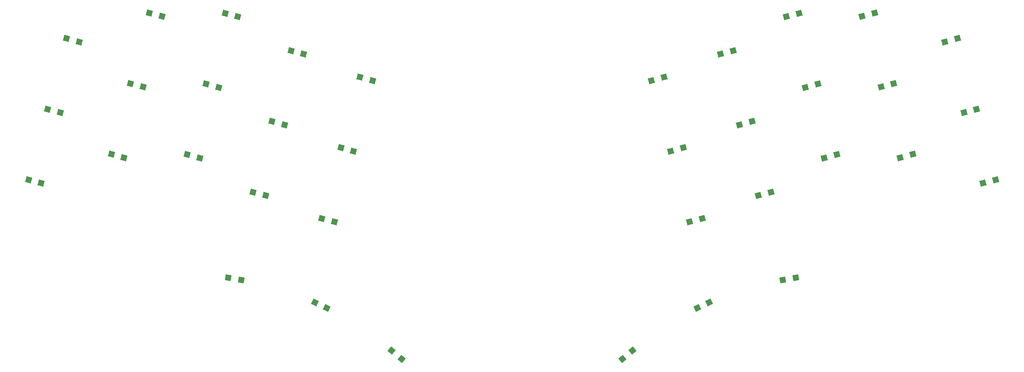
<source format=gbr>
%TF.GenerationSoftware,KiCad,Pcbnew,8.0.1*%
%TF.CreationDate,2024-04-02T20:58:10+09:00*%
%TF.ProjectId,lazyboy36,6c617a79-626f-4793-9336-2e6b69636164,rev?*%
%TF.SameCoordinates,Original*%
%TF.FileFunction,Paste,Bot*%
%TF.FilePolarity,Positive*%
%FSLAX46Y46*%
G04 Gerber Fmt 4.6, Leading zero omitted, Abs format (unit mm)*
G04 Created by KiCad (PCBNEW 8.0.1) date 2024-04-02 20:58:10*
%MOMM*%
%LPD*%
G01*
G04 APERTURE LIST*
G04 Aperture macros list*
%AMRotRect*
0 Rectangle, with rotation*
0 The origin of the aperture is its center*
0 $1 length*
0 $2 width*
0 $3 Rotation angle, in degrees counterclockwise*
0 Add horizontal line*
21,1,$1,$2,0,0,$3*%
G04 Aperture macros list end*
%ADD10RotRect,1.524000X1.524000X195.000000*%
%ADD11RotRect,1.524000X1.524000X170.000000*%
%ADD12RotRect,1.524000X1.524000X220.000000*%
%ADD13RotRect,1.524000X1.524000X165.000000*%
%ADD14RotRect,1.524000X1.524000X205.000000*%
%ADD15RotRect,1.524000X1.524000X140.000000*%
%ADD16RotRect,1.524000X1.524000X155.000000*%
%ADD17RotRect,1.524000X1.524000X190.000000*%
G04 APERTURE END LIST*
D10*
%TO.C,D26*%
X197869346Y-108680978D03*
X194585198Y-109560962D03*
%TD*%
%TO.C,D17*%
X210822091Y-83417737D03*
X207537943Y-84297721D03*
%TD*%
D11*
%TO.C,D31*%
X74797469Y-124129875D03*
X78145815Y-124720279D03*
%TD*%
D12*
%TO.C,D34*%
X179791854Y-143091540D03*
X177187302Y-145277018D03*
%TD*%
D10*
%TO.C,D7*%
X205891588Y-65016850D03*
X202607440Y-65896834D03*
%TD*%
%TO.C,D30*%
X274061083Y-98618226D03*
X270776935Y-99498210D03*
%TD*%
%TO.C,D20*%
X269130580Y-80217339D03*
X265846432Y-81097323D03*
%TD*%
D13*
%TO.C,D24*%
X81237382Y-101818491D03*
X84521530Y-102698475D03*
%TD*%
D10*
%TO.C,D18*%
X227928884Y-73657605D03*
X224644736Y-74537589D03*
%TD*%
%TO.C,D9*%
X242693362Y-55155845D03*
X239409214Y-56035829D03*
%TD*%
D14*
%TO.C,D35*%
X199692984Y-130528240D03*
X196611538Y-131965142D03*
%TD*%
D13*
%TO.C,D12*%
X49366111Y-73556598D03*
X52650259Y-74436582D03*
%TD*%
D10*
%TO.C,D27*%
X215752594Y-101818624D03*
X212468446Y-102698608D03*
%TD*%
D13*
%TO.C,D5*%
X108981638Y-71879071D03*
X112265786Y-72759055D03*
%TD*%
D10*
%TO.C,D28*%
X232859385Y-92058492D03*
X229575237Y-92938476D03*
%TD*%
D13*
%TO.C,D4*%
X91098389Y-65016717D03*
X94382537Y-65896701D03*
%TD*%
%TO.C,D13*%
X69061094Y-73657472D03*
X72345242Y-74537456D03*
%TD*%
D10*
%TO.C,D29*%
X252554369Y-91957618D03*
X249270221Y-92837602D03*
%TD*%
D15*
%TO.C,D33*%
X117199123Y-143091408D03*
X119803675Y-145276886D03*
%TD*%
D13*
%TO.C,D2*%
X54296614Y-55155711D03*
X57580762Y-56035695D03*
%TD*%
%TO.C,D23*%
X64130592Y-92058359D03*
X67414740Y-92938343D03*
%TD*%
%TO.C,D25*%
X99120631Y-108680845D03*
X102404779Y-109560829D03*
%TD*%
D10*
%TO.C,D10*%
X264200078Y-61816451D03*
X260915930Y-62696435D03*
%TD*%
D13*
%TO.C,D22*%
X44435608Y-91957485D03*
X47719756Y-92837469D03*
%TD*%
%TO.C,D15*%
X104051134Y-90279958D03*
X107335282Y-91159942D03*
%TD*%
%TO.C,D21*%
X22928894Y-98618092D03*
X26213042Y-99498076D03*
%TD*%
D10*
%TO.C,D16*%
X192938842Y-90280092D03*
X189654694Y-91160076D03*
%TD*%
%TO.C,D19*%
X247623865Y-73556732D03*
X244339717Y-74436716D03*
%TD*%
D16*
%TO.C,D32*%
X97296992Y-130528107D03*
X100378438Y-131965009D03*
%TD*%
D13*
%TO.C,D14*%
X86167885Y-83417604D03*
X89452033Y-84297588D03*
%TD*%
%TO.C,D1*%
X32789900Y-61816318D03*
X36074048Y-62696302D03*
%TD*%
%TO.C,D3*%
X73991596Y-55256585D03*
X77275744Y-56136569D03*
%TD*%
D10*
%TO.C,D8*%
X222998380Y-55256718D03*
X219714232Y-56136702D03*
%TD*%
D17*
%TO.C,D36*%
X222192508Y-124130009D03*
X218844162Y-124720413D03*
%TD*%
D13*
%TO.C,D11*%
X27859397Y-80217205D03*
X31143545Y-81097189D03*
%TD*%
D10*
%TO.C,D6*%
X188008339Y-71879205D03*
X184724191Y-72759189D03*
%TD*%
M02*

</source>
